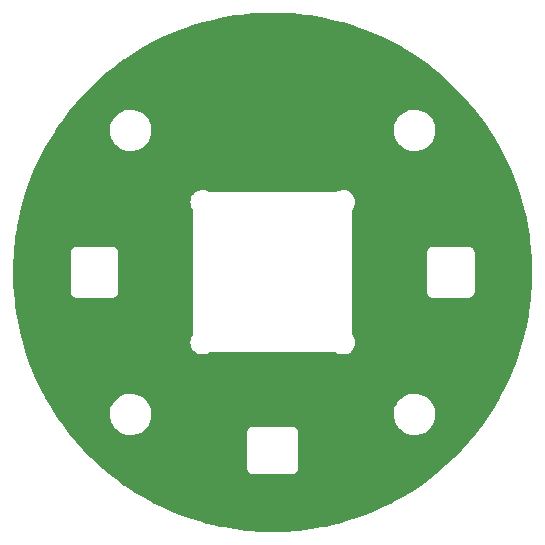
<source format=gbl>
%TF.GenerationSoftware,KiCad,Pcbnew,(6.0.4)*%
%TF.CreationDate,2022-04-07T13:34:55+02:00*%
%TF.ProjectId,LSB1 Top Plate,4c534231-2054-46f7-9020-506c6174652e,v1.0*%
%TF.SameCoordinates,Original*%
%TF.FileFunction,Copper,L2,Bot*%
%TF.FilePolarity,Positive*%
%FSLAX46Y46*%
G04 Gerber Fmt 4.6, Leading zero omitted, Abs format (unit mm)*
G04 Created by KiCad (PCBNEW (6.0.4)) date 2022-04-07 13:34:55*
%MOMM*%
%LPD*%
G01*
G04 APERTURE LIST*
G04 APERTURE END LIST*
%TA.AperFunction,NonConductor*%
G36*
X55582705Y-38729337D02*
G01*
X56497554Y-38767681D01*
X56502812Y-38768012D01*
X56737685Y-38787734D01*
X57415289Y-38844634D01*
X57420538Y-38845186D01*
X57797652Y-38892827D01*
X58328973Y-38959949D01*
X58334160Y-38960713D01*
X59237058Y-39113427D01*
X59242220Y-39114412D01*
X59607682Y-39192093D01*
X60137909Y-39304797D01*
X60143047Y-39306003D01*
X61029922Y-39533714D01*
X61035005Y-39535133D01*
X61911602Y-39799793D01*
X61916621Y-39801424D01*
X62455521Y-39989088D01*
X62781348Y-40102553D01*
X62786272Y-40104384D01*
X63192834Y-40265353D01*
X63637665Y-40441474D01*
X63642530Y-40443519D01*
X64479037Y-40815956D01*
X64483812Y-40818203D01*
X65303984Y-41225340D01*
X65308661Y-41227785D01*
X66111078Y-41668918D01*
X66115648Y-41671557D01*
X66357059Y-41817760D01*
X66898883Y-42145900D01*
X66903317Y-42148714D01*
X67652736Y-42646627D01*
X67666002Y-42655441D01*
X67670336Y-42658453D01*
X68411129Y-43196671D01*
X68415333Y-43199862D01*
X69132942Y-43768631D01*
X69137008Y-43771995D01*
X69830155Y-44370304D01*
X69834077Y-44373835D01*
X70501566Y-45000649D01*
X70505336Y-45004341D01*
X71146024Y-45658589D01*
X71149637Y-45662437D01*
X71762312Y-46342883D01*
X71765761Y-46346878D01*
X72349430Y-47052412D01*
X72352708Y-47056548D01*
X72906332Y-47785921D01*
X72909434Y-47790190D01*
X73069437Y-48020404D01*
X73427901Y-48536165D01*
X73432023Y-48542096D01*
X73434943Y-48546492D01*
X73925572Y-49319601D01*
X73928306Y-49324115D01*
X74386139Y-50117104D01*
X74388682Y-50121729D01*
X74812916Y-50933215D01*
X74815262Y-50937942D01*
X75205125Y-51766442D01*
X75207272Y-51771263D01*
X75546696Y-52578720D01*
X75562111Y-52615392D01*
X75564047Y-52620282D01*
X75883237Y-53478555D01*
X75884972Y-53483539D01*
X76167926Y-54354384D01*
X76169451Y-54359436D01*
X76415688Y-55241357D01*
X76417001Y-55246469D01*
X76626098Y-56137960D01*
X76627195Y-56143122D01*
X76751656Y-56795566D01*
X76798774Y-57042568D01*
X76799651Y-57047750D01*
X76897246Y-57708660D01*
X76933416Y-57953603D01*
X76934075Y-57958817D01*
X77027999Y-58852444D01*
X77029794Y-58869519D01*
X77030234Y-58874762D01*
X77061590Y-59373147D01*
X77087729Y-59788625D01*
X77087950Y-59793898D01*
X77107127Y-60709365D01*
X77107127Y-60714643D01*
X77087950Y-61630110D01*
X77087729Y-61635383D01*
X77075134Y-61835571D01*
X77031498Y-62529158D01*
X77030235Y-62549230D01*
X77029795Y-62554474D01*
X76979053Y-63037260D01*
X76934078Y-63465169D01*
X76933419Y-63470382D01*
X76832657Y-64152740D01*
X76799654Y-64376237D01*
X76798774Y-64381440D01*
X76627195Y-65280886D01*
X76626098Y-65286048D01*
X76417001Y-66177539D01*
X76415688Y-66182651D01*
X76169451Y-67064572D01*
X76167926Y-67069624D01*
X75884972Y-67940469D01*
X75883241Y-67945443D01*
X75632581Y-68619447D01*
X75564054Y-68803709D01*
X75562111Y-68808616D01*
X75207272Y-69652745D01*
X75205125Y-69657566D01*
X74815262Y-70486066D01*
X74812916Y-70490793D01*
X74388682Y-71302279D01*
X74386139Y-71306904D01*
X73928306Y-72099893D01*
X73925572Y-72104407D01*
X73922500Y-72109248D01*
X73436010Y-72875835D01*
X73434943Y-72877516D01*
X73432033Y-72881897D01*
X73256917Y-73133856D01*
X72909434Y-73633818D01*
X72906332Y-73638087D01*
X72352708Y-74367460D01*
X72349430Y-74371596D01*
X71765761Y-75077130D01*
X71762312Y-75081125D01*
X71149637Y-75761571D01*
X71146024Y-75765419D01*
X70505336Y-76419667D01*
X70501566Y-76423359D01*
X69834077Y-77050173D01*
X69830156Y-77053703D01*
X69158332Y-77633607D01*
X69137008Y-77652013D01*
X69132945Y-77655375D01*
X68952320Y-77798536D01*
X68415333Y-78224146D01*
X68411129Y-78227337D01*
X67670336Y-78765555D01*
X67666002Y-78768567D01*
X66903317Y-79275294D01*
X66898883Y-79278108D01*
X66779072Y-79350668D01*
X66115648Y-79752451D01*
X66111078Y-79755090D01*
X65308661Y-80196223D01*
X65303984Y-80198668D01*
X64483812Y-80605805D01*
X64479037Y-80608052D01*
X63642530Y-80980489D01*
X63637665Y-80982534D01*
X62786272Y-81319624D01*
X62781348Y-81321455D01*
X62455521Y-81434920D01*
X61916621Y-81622584D01*
X61911602Y-81624215D01*
X61035005Y-81888875D01*
X61029922Y-81890294D01*
X60143047Y-82118005D01*
X60137909Y-82119211D01*
X59607682Y-82231915D01*
X59242220Y-82309596D01*
X59237058Y-82310581D01*
X58334160Y-82463295D01*
X58328973Y-82464059D01*
X57797652Y-82531181D01*
X57420538Y-82578822D01*
X57415289Y-82579374D01*
X56737685Y-82636274D01*
X56502812Y-82655996D01*
X56497554Y-82656327D01*
X55695758Y-82689933D01*
X55582704Y-82694671D01*
X55577428Y-82694782D01*
X54661736Y-82694782D01*
X54656460Y-82694671D01*
X54543406Y-82689933D01*
X53741610Y-82656327D01*
X53736352Y-82655996D01*
X53501479Y-82636274D01*
X52823875Y-82579374D01*
X52818626Y-82578822D01*
X52441512Y-82531181D01*
X51910191Y-82464059D01*
X51905004Y-82463295D01*
X51002106Y-82310581D01*
X50996944Y-82309596D01*
X50631482Y-82231915D01*
X50101255Y-82119211D01*
X50096117Y-82118005D01*
X49209242Y-81890294D01*
X49204159Y-81888875D01*
X48327562Y-81624215D01*
X48322543Y-81622584D01*
X47783643Y-81434920D01*
X47457816Y-81321455D01*
X47452892Y-81319624D01*
X46601499Y-80982534D01*
X46596634Y-80980489D01*
X45760127Y-80608052D01*
X45755352Y-80605805D01*
X44935180Y-80198668D01*
X44930503Y-80196223D01*
X44128086Y-79755090D01*
X44123516Y-79752451D01*
X43460092Y-79350668D01*
X43340281Y-79278108D01*
X43335847Y-79275294D01*
X42573162Y-78768567D01*
X42568828Y-78765555D01*
X41828035Y-78227337D01*
X41823831Y-78224146D01*
X41286844Y-77798536D01*
X41106219Y-77655375D01*
X41102156Y-77652013D01*
X41080833Y-77633607D01*
X40763573Y-77359755D01*
X52970953Y-77359755D01*
X52973420Y-77368386D01*
X52979079Y-77388187D01*
X52982657Y-77404949D01*
X52986849Y-77434221D01*
X52990563Y-77442389D01*
X52990563Y-77442390D01*
X52997477Y-77457596D01*
X53003925Y-77475120D01*
X53010980Y-77499805D01*
X53015772Y-77507399D01*
X53015773Y-77507402D01*
X53026759Y-77524814D01*
X53034898Y-77539897D01*
X53047137Y-77566816D01*
X53052998Y-77573618D01*
X53063899Y-77586269D01*
X53075002Y-77601273D01*
X53088705Y-77622992D01*
X53095430Y-77628931D01*
X53095433Y-77628935D01*
X53110867Y-77642566D01*
X53122911Y-77654758D01*
X53136356Y-77670361D01*
X53136359Y-77670363D01*
X53142216Y-77677161D01*
X53149745Y-77682041D01*
X53149746Y-77682042D01*
X53163764Y-77691128D01*
X53178638Y-77702419D01*
X53191146Y-77713465D01*
X53197880Y-77719412D01*
X53224640Y-77731976D01*
X53239620Y-77740297D01*
X53256912Y-77751505D01*
X53256917Y-77751507D01*
X53264444Y-77756386D01*
X53273037Y-77758956D01*
X53273042Y-77758958D01*
X53289049Y-77763745D01*
X53306493Y-77770406D01*
X53321605Y-77777501D01*
X53321607Y-77777502D01*
X53329729Y-77781315D01*
X53338596Y-77782696D01*
X53338597Y-77782696D01*
X53341282Y-77783114D01*
X53358946Y-77785864D01*
X53375661Y-77789647D01*
X53395395Y-77795549D01*
X53395401Y-77795550D01*
X53403995Y-77798120D01*
X53412966Y-77798175D01*
X53412967Y-77798175D01*
X53423026Y-77798236D01*
X53438435Y-77798330D01*
X53439218Y-77798363D01*
X53440315Y-77798534D01*
X53471306Y-77798534D01*
X53472076Y-77798536D01*
X53545714Y-77798986D01*
X53545715Y-77798986D01*
X53549650Y-77799010D01*
X53550994Y-77798626D01*
X53552339Y-77798534D01*
X56747449Y-77798534D01*
X56748220Y-77798536D01*
X56825793Y-77799010D01*
X56854224Y-77790884D01*
X56870987Y-77787306D01*
X56871825Y-77787186D01*
X56900259Y-77783114D01*
X56923636Y-77772485D01*
X56941159Y-77766038D01*
X56965843Y-77758983D01*
X56973437Y-77754191D01*
X56973440Y-77754190D01*
X56990852Y-77743204D01*
X57005937Y-77735064D01*
X57032854Y-77722826D01*
X57052307Y-77706064D01*
X57067311Y-77694961D01*
X57089030Y-77681258D01*
X57094969Y-77674533D01*
X57094973Y-77674530D01*
X57108604Y-77659096D01*
X57120796Y-77647052D01*
X57136399Y-77633607D01*
X57136401Y-77633604D01*
X57143199Y-77627747D01*
X57157166Y-77606199D01*
X57168457Y-77591325D01*
X57179503Y-77578817D01*
X57179504Y-77578816D01*
X57185450Y-77572083D01*
X57198015Y-77545321D01*
X57206335Y-77530343D01*
X57217543Y-77513051D01*
X57217545Y-77513046D01*
X57222424Y-77505519D01*
X57224994Y-77496926D01*
X57224996Y-77496921D01*
X57229783Y-77480914D01*
X57236444Y-77463470D01*
X57243539Y-77448358D01*
X57243540Y-77448356D01*
X57247353Y-77440234D01*
X57251902Y-77411017D01*
X57255685Y-77394302D01*
X57261587Y-77374568D01*
X57261588Y-77374562D01*
X57264158Y-77365968D01*
X57264368Y-77331528D01*
X57264401Y-77330745D01*
X57264572Y-77329648D01*
X57264572Y-77298657D01*
X57264574Y-77297887D01*
X57265024Y-77224249D01*
X57265024Y-77224248D01*
X57265048Y-77220313D01*
X57264664Y-77218969D01*
X57264572Y-77217624D01*
X57264572Y-74290587D01*
X57264574Y-74289817D01*
X57264872Y-74241066D01*
X57265048Y-74212243D01*
X57256922Y-74183811D01*
X57253344Y-74167049D01*
X57249152Y-74137777D01*
X57238523Y-74114400D01*
X57232076Y-74096877D01*
X57227488Y-74080826D01*
X57225021Y-74072193D01*
X57220228Y-74064596D01*
X57209242Y-74047184D01*
X57201102Y-74032099D01*
X57198636Y-74026675D01*
X57188864Y-74005182D01*
X57172102Y-73985729D01*
X57160999Y-73970725D01*
X57147296Y-73949006D01*
X57140571Y-73943067D01*
X57140568Y-73943063D01*
X57125134Y-73929432D01*
X57113090Y-73917240D01*
X57099645Y-73901637D01*
X57099642Y-73901635D01*
X57093785Y-73894837D01*
X57080081Y-73885954D01*
X57072237Y-73880870D01*
X57057363Y-73869579D01*
X57044855Y-73858533D01*
X57044854Y-73858532D01*
X57038121Y-73852586D01*
X57011359Y-73840021D01*
X56996381Y-73831701D01*
X56979089Y-73820493D01*
X56979084Y-73820491D01*
X56971557Y-73815612D01*
X56962964Y-73813042D01*
X56962959Y-73813040D01*
X56946952Y-73808253D01*
X56929508Y-73801592D01*
X56914396Y-73794497D01*
X56914394Y-73794496D01*
X56906272Y-73790683D01*
X56897405Y-73789302D01*
X56897404Y-73789302D01*
X56886550Y-73787612D01*
X56877055Y-73786134D01*
X56860340Y-73782351D01*
X56840606Y-73776449D01*
X56840600Y-73776448D01*
X56832006Y-73773878D01*
X56823035Y-73773823D01*
X56823034Y-73773823D01*
X56812975Y-73773762D01*
X56797566Y-73773668D01*
X56796783Y-73773635D01*
X56795686Y-73773464D01*
X56764695Y-73773464D01*
X56763925Y-73773462D01*
X56690287Y-73773012D01*
X56690286Y-73773012D01*
X56686351Y-73772988D01*
X56685007Y-73773372D01*
X56683662Y-73773464D01*
X53488552Y-73773464D01*
X53487782Y-73773462D01*
X53486966Y-73773457D01*
X53410208Y-73772988D01*
X53387847Y-73779379D01*
X53381776Y-73781114D01*
X53365014Y-73784692D01*
X53335742Y-73788884D01*
X53327574Y-73792598D01*
X53327573Y-73792598D01*
X53312367Y-73799512D01*
X53294843Y-73805960D01*
X53270158Y-73813015D01*
X53262564Y-73817807D01*
X53262561Y-73817808D01*
X53245149Y-73828794D01*
X53230066Y-73836933D01*
X53203147Y-73849172D01*
X53196345Y-73855033D01*
X53183694Y-73865934D01*
X53168690Y-73877037D01*
X53146971Y-73890740D01*
X53141032Y-73897465D01*
X53141028Y-73897468D01*
X53127397Y-73912902D01*
X53115205Y-73924946D01*
X53099602Y-73938391D01*
X53099600Y-73938394D01*
X53092802Y-73944251D01*
X53087922Y-73951780D01*
X53087921Y-73951781D01*
X53078835Y-73965799D01*
X53067544Y-73980673D01*
X53056498Y-73993181D01*
X53050551Y-73999915D01*
X53044241Y-74013355D01*
X53037987Y-74026675D01*
X53029666Y-74041655D01*
X53018458Y-74058947D01*
X53018456Y-74058952D01*
X53013577Y-74066479D01*
X53011007Y-74075072D01*
X53011005Y-74075077D01*
X53006218Y-74091084D01*
X52999557Y-74108528D01*
X52992462Y-74123640D01*
X52988648Y-74131764D01*
X52984336Y-74159460D01*
X52984099Y-74160979D01*
X52980316Y-74177696D01*
X52974414Y-74197430D01*
X52974413Y-74197436D01*
X52971843Y-74206030D01*
X52971788Y-74215001D01*
X52971788Y-74215002D01*
X52971633Y-74240461D01*
X52971600Y-74241253D01*
X52971429Y-74242350D01*
X52971429Y-74273341D01*
X52971427Y-74274111D01*
X52970953Y-74351685D01*
X52971337Y-74353029D01*
X52971429Y-74354374D01*
X52971429Y-77281411D01*
X52971427Y-77282181D01*
X52970953Y-77359755D01*
X40763573Y-77359755D01*
X40409008Y-77053703D01*
X40405087Y-77050173D01*
X39737598Y-76423359D01*
X39733828Y-76419667D01*
X39093140Y-75765419D01*
X39089527Y-75761571D01*
X38476852Y-75081125D01*
X38473403Y-75077130D01*
X37889734Y-74371596D01*
X37886456Y-74367460D01*
X37332832Y-73638087D01*
X37329730Y-73633818D01*
X36982247Y-73133856D01*
X36807131Y-72881897D01*
X36804221Y-72877516D01*
X36803155Y-72875835D01*
X36776904Y-72834470D01*
X41337043Y-72834470D01*
X41372289Y-73093453D01*
X41373597Y-73097939D01*
X41373597Y-73097941D01*
X41393283Y-73165479D01*
X41445428Y-73344382D01*
X41447388Y-73348635D01*
X41447389Y-73348636D01*
X41463214Y-73382963D01*
X41554853Y-73581743D01*
X41557416Y-73585652D01*
X41695595Y-73796411D01*
X41695599Y-73796416D01*
X41698161Y-73800324D01*
X41872203Y-73995321D01*
X42073155Y-74162452D01*
X42098276Y-74177696D01*
X42292607Y-74295619D01*
X42292611Y-74295621D01*
X42296604Y-74298044D01*
X42537640Y-74399118D01*
X42790968Y-74463456D01*
X42795619Y-74463924D01*
X42795623Y-74463925D01*
X42988493Y-74483346D01*
X43008052Y-74485315D01*
X43163539Y-74485315D01*
X43165864Y-74485142D01*
X43165870Y-74485142D01*
X43353185Y-74471222D01*
X43353189Y-74471221D01*
X43357837Y-74470876D01*
X43362385Y-74469847D01*
X43362391Y-74469846D01*
X43548786Y-74427668D01*
X43612762Y-74413192D01*
X43648954Y-74399118D01*
X43852009Y-74320155D01*
X43852012Y-74320154D01*
X43856362Y-74318462D01*
X43906481Y-74289817D01*
X43940381Y-74270441D01*
X44083283Y-74188766D01*
X44288542Y-74026953D01*
X44467628Y-73836578D01*
X44606781Y-73635991D01*
X44613944Y-73625666D01*
X44613946Y-73625663D01*
X44616609Y-73621824D01*
X44638469Y-73577497D01*
X44730145Y-73391596D01*
X44730146Y-73391593D01*
X44732210Y-73387408D01*
X44811892Y-73138480D01*
X44853906Y-72880508D01*
X44854509Y-72834470D01*
X65378673Y-72834470D01*
X65413919Y-73093453D01*
X65415227Y-73097939D01*
X65415227Y-73097941D01*
X65434913Y-73165479D01*
X65487058Y-73344382D01*
X65489018Y-73348635D01*
X65489019Y-73348636D01*
X65504844Y-73382963D01*
X65596483Y-73581743D01*
X65599046Y-73585652D01*
X65737225Y-73796411D01*
X65737229Y-73796416D01*
X65739791Y-73800324D01*
X65913833Y-73995321D01*
X66114785Y-74162452D01*
X66139906Y-74177696D01*
X66334237Y-74295619D01*
X66334241Y-74295621D01*
X66338234Y-74298044D01*
X66579270Y-74399118D01*
X66832598Y-74463456D01*
X66837249Y-74463924D01*
X66837253Y-74463925D01*
X67030123Y-74483346D01*
X67049682Y-74485315D01*
X67205169Y-74485315D01*
X67207494Y-74485142D01*
X67207500Y-74485142D01*
X67394815Y-74471222D01*
X67394819Y-74471221D01*
X67399467Y-74470876D01*
X67404015Y-74469847D01*
X67404021Y-74469846D01*
X67590416Y-74427668D01*
X67654392Y-74413192D01*
X67690584Y-74399118D01*
X67893639Y-74320155D01*
X67893642Y-74320154D01*
X67897992Y-74318462D01*
X67948111Y-74289817D01*
X67982011Y-74270441D01*
X68124913Y-74188766D01*
X68330172Y-74026953D01*
X68509258Y-73836578D01*
X68648411Y-73635991D01*
X68655574Y-73625666D01*
X68655576Y-73625663D01*
X68658239Y-73621824D01*
X68680099Y-73577497D01*
X68771775Y-73391596D01*
X68771776Y-73391593D01*
X68773840Y-73387408D01*
X68853522Y-73138480D01*
X68895536Y-72880508D01*
X68898957Y-72619160D01*
X68863711Y-72360177D01*
X68849288Y-72310692D01*
X68791883Y-72113747D01*
X68790572Y-72109248D01*
X68681147Y-71871887D01*
X68631998Y-71796922D01*
X68540405Y-71657219D01*
X68540401Y-71657214D01*
X68537839Y-71653306D01*
X68363797Y-71458309D01*
X68162845Y-71291178D01*
X68115659Y-71262545D01*
X67943393Y-71158011D01*
X67943389Y-71158009D01*
X67939396Y-71155586D01*
X67698360Y-71054512D01*
X67445032Y-70990174D01*
X67440381Y-70989706D01*
X67440377Y-70989705D01*
X67231086Y-70968631D01*
X67227948Y-70968315D01*
X67072461Y-70968315D01*
X67070136Y-70968488D01*
X67070130Y-70968488D01*
X66882815Y-70982408D01*
X66882811Y-70982409D01*
X66878163Y-70982754D01*
X66873615Y-70983783D01*
X66873609Y-70983784D01*
X66687214Y-71025962D01*
X66623238Y-71040438D01*
X66618886Y-71042130D01*
X66618884Y-71042131D01*
X66383991Y-71133475D01*
X66383988Y-71133476D01*
X66379638Y-71135168D01*
X66375584Y-71137485D01*
X66375582Y-71137486D01*
X66295619Y-71183189D01*
X66152717Y-71264864D01*
X65947458Y-71426677D01*
X65768372Y-71617052D01*
X65619391Y-71831806D01*
X65503790Y-72066222D01*
X65424108Y-72315150D01*
X65382094Y-72573122D01*
X65378673Y-72834470D01*
X44854509Y-72834470D01*
X44857327Y-72619160D01*
X44822081Y-72360177D01*
X44807658Y-72310692D01*
X44750253Y-72113747D01*
X44748942Y-72109248D01*
X44639517Y-71871887D01*
X44590368Y-71796922D01*
X44498775Y-71657219D01*
X44498771Y-71657214D01*
X44496209Y-71653306D01*
X44322167Y-71458309D01*
X44121215Y-71291178D01*
X44074029Y-71262545D01*
X43901763Y-71158011D01*
X43901759Y-71158009D01*
X43897766Y-71155586D01*
X43656730Y-71054512D01*
X43403402Y-70990174D01*
X43398751Y-70989706D01*
X43398747Y-70989705D01*
X43189456Y-70968631D01*
X43186318Y-70968315D01*
X43030831Y-70968315D01*
X43028506Y-70968488D01*
X43028500Y-70968488D01*
X42841185Y-70982408D01*
X42841181Y-70982409D01*
X42836533Y-70982754D01*
X42831985Y-70983783D01*
X42831979Y-70983784D01*
X42645584Y-71025962D01*
X42581608Y-71040438D01*
X42577256Y-71042130D01*
X42577254Y-71042131D01*
X42342361Y-71133475D01*
X42342358Y-71133476D01*
X42338008Y-71135168D01*
X42333954Y-71137485D01*
X42333952Y-71137486D01*
X42253989Y-71183189D01*
X42111087Y-71264864D01*
X41905828Y-71426677D01*
X41726742Y-71617052D01*
X41577761Y-71831806D01*
X41462160Y-72066222D01*
X41382478Y-72315150D01*
X41340464Y-72573122D01*
X41337043Y-72834470D01*
X36776904Y-72834470D01*
X36316664Y-72109248D01*
X36313592Y-72104407D01*
X36310858Y-72099893D01*
X35853025Y-71306904D01*
X35850482Y-71302279D01*
X35426248Y-70490793D01*
X35423902Y-70486066D01*
X35034039Y-69657566D01*
X35031892Y-69652745D01*
X34677053Y-68808616D01*
X34675110Y-68803709D01*
X34606584Y-68619447D01*
X34355923Y-67945443D01*
X34354192Y-67940469D01*
X34071238Y-67069624D01*
X34069713Y-67064572D01*
X33953662Y-66648925D01*
X48154645Y-66648925D01*
X48172570Y-66845888D01*
X48228410Y-67035619D01*
X48231263Y-67041077D01*
X48231265Y-67041081D01*
X48243546Y-67064572D01*
X48320040Y-67210890D01*
X48443968Y-67365025D01*
X48448692Y-67368989D01*
X48455933Y-67375065D01*
X48595474Y-67492154D01*
X48600872Y-67495121D01*
X48600877Y-67495125D01*
X48708800Y-67554455D01*
X48768787Y-67587433D01*
X48774654Y-67589294D01*
X48774656Y-67589295D01*
X48951436Y-67645373D01*
X48957306Y-67647235D01*
X49111227Y-67664500D01*
X49217769Y-67664500D01*
X49220825Y-67664200D01*
X49220832Y-67664200D01*
X49279340Y-67658463D01*
X49364833Y-67650080D01*
X49370734Y-67648298D01*
X49370736Y-67648298D01*
X49444053Y-67626162D01*
X49554169Y-67592916D01*
X49728796Y-67500066D01*
X49737635Y-67492857D01*
X49803066Y-67465303D01*
X49817271Y-67464500D01*
X60417147Y-67464500D01*
X60488334Y-67486536D01*
X60490751Y-67488191D01*
X60495474Y-67492154D01*
X60668787Y-67587433D01*
X60674654Y-67589294D01*
X60674656Y-67589295D01*
X60851436Y-67645373D01*
X60857306Y-67647235D01*
X61011227Y-67664500D01*
X61117769Y-67664500D01*
X61120825Y-67664200D01*
X61120832Y-67664200D01*
X61179340Y-67658463D01*
X61264833Y-67650080D01*
X61270734Y-67648298D01*
X61270736Y-67648298D01*
X61344053Y-67626162D01*
X61454169Y-67592916D01*
X61628796Y-67500066D01*
X61715062Y-67429709D01*
X61777287Y-67378960D01*
X61777290Y-67378957D01*
X61782062Y-67375065D01*
X61794344Y-67360219D01*
X61904201Y-67227425D01*
X61904203Y-67227421D01*
X61908130Y-67222675D01*
X62002198Y-67048701D01*
X62060682Y-66859768D01*
X62081355Y-66663075D01*
X62063430Y-66466112D01*
X62057953Y-66447500D01*
X62009330Y-66282294D01*
X62007590Y-66276381D01*
X61997919Y-66257881D01*
X61918813Y-66106568D01*
X61915960Y-66101110D01*
X61904303Y-66086612D01*
X61877207Y-66020991D01*
X61876500Y-66007661D01*
X61876500Y-62413791D01*
X68184988Y-62413791D01*
X68187455Y-62422422D01*
X68193114Y-62442223D01*
X68196692Y-62458985D01*
X68200884Y-62488257D01*
X68204598Y-62496425D01*
X68204598Y-62496426D01*
X68211512Y-62511632D01*
X68217960Y-62529156D01*
X68225015Y-62553841D01*
X68229807Y-62561435D01*
X68229808Y-62561438D01*
X68240794Y-62578850D01*
X68248933Y-62593933D01*
X68261172Y-62620852D01*
X68267033Y-62627654D01*
X68277934Y-62640305D01*
X68289037Y-62655309D01*
X68302740Y-62677028D01*
X68309465Y-62682967D01*
X68309468Y-62682971D01*
X68324902Y-62696602D01*
X68336946Y-62708794D01*
X68350391Y-62724397D01*
X68350394Y-62724399D01*
X68356251Y-62731197D01*
X68363780Y-62736077D01*
X68363781Y-62736078D01*
X68377799Y-62745164D01*
X68392673Y-62756455D01*
X68396802Y-62760101D01*
X68411915Y-62773448D01*
X68438675Y-62786012D01*
X68453655Y-62794333D01*
X68470947Y-62805541D01*
X68470952Y-62805543D01*
X68478479Y-62810422D01*
X68487072Y-62812992D01*
X68487077Y-62812994D01*
X68503084Y-62817781D01*
X68520528Y-62824442D01*
X68535640Y-62831537D01*
X68535642Y-62831538D01*
X68543764Y-62835351D01*
X68552631Y-62836732D01*
X68552632Y-62836732D01*
X68562274Y-62838233D01*
X68572981Y-62839900D01*
X68589696Y-62843683D01*
X68609430Y-62849585D01*
X68609436Y-62849586D01*
X68618030Y-62852156D01*
X68627001Y-62852211D01*
X68627002Y-62852211D01*
X68637061Y-62852272D01*
X68652470Y-62852366D01*
X68653253Y-62852399D01*
X68654350Y-62852570D01*
X68685341Y-62852570D01*
X68686111Y-62852572D01*
X68759749Y-62853022D01*
X68759750Y-62853022D01*
X68763685Y-62853046D01*
X68765029Y-62852662D01*
X68766374Y-62852570D01*
X71693410Y-62852570D01*
X71694181Y-62852572D01*
X71771754Y-62853046D01*
X71794115Y-62846655D01*
X71800186Y-62844920D01*
X71816948Y-62841342D01*
X71817786Y-62841222D01*
X71846220Y-62837150D01*
X71869597Y-62826521D01*
X71887120Y-62820074D01*
X71895139Y-62817782D01*
X71911804Y-62813019D01*
X71919398Y-62808227D01*
X71919401Y-62808226D01*
X71936813Y-62797240D01*
X71951898Y-62789100D01*
X71978815Y-62776862D01*
X71998268Y-62760100D01*
X72013272Y-62748997D01*
X72034991Y-62735294D01*
X72040930Y-62728569D01*
X72040934Y-62728566D01*
X72054565Y-62713132D01*
X72066757Y-62701088D01*
X72082360Y-62687643D01*
X72082362Y-62687640D01*
X72089160Y-62681783D01*
X72103127Y-62660235D01*
X72114418Y-62645361D01*
X72125464Y-62632853D01*
X72125465Y-62632852D01*
X72131411Y-62626119D01*
X72143976Y-62599357D01*
X72152296Y-62584379D01*
X72163504Y-62567087D01*
X72163506Y-62567082D01*
X72168385Y-62559555D01*
X72170955Y-62550962D01*
X72170957Y-62550957D01*
X72175744Y-62534950D01*
X72182405Y-62517506D01*
X72189500Y-62502394D01*
X72189501Y-62502392D01*
X72193314Y-62494270D01*
X72197863Y-62465053D01*
X72201646Y-62448338D01*
X72207548Y-62428604D01*
X72207549Y-62428598D01*
X72210119Y-62420004D01*
X72210329Y-62385564D01*
X72210362Y-62384781D01*
X72210533Y-62383684D01*
X72210533Y-62352693D01*
X72210535Y-62351923D01*
X72210985Y-62278285D01*
X72210985Y-62278284D01*
X72211009Y-62274349D01*
X72210625Y-62273005D01*
X72210533Y-62271660D01*
X72210533Y-59076552D01*
X72210535Y-59075782D01*
X72210833Y-59027031D01*
X72211009Y-58998208D01*
X72202883Y-58969776D01*
X72199305Y-58953014D01*
X72198436Y-58946944D01*
X72195113Y-58923742D01*
X72184484Y-58900365D01*
X72178037Y-58882842D01*
X72170982Y-58858158D01*
X72162625Y-58844913D01*
X72155203Y-58833149D01*
X72147063Y-58818064D01*
X72134825Y-58791147D01*
X72118063Y-58771694D01*
X72106960Y-58756690D01*
X72093257Y-58734971D01*
X72086532Y-58729032D01*
X72086529Y-58729028D01*
X72071095Y-58715397D01*
X72059051Y-58703205D01*
X72045606Y-58687602D01*
X72045603Y-58687600D01*
X72039746Y-58680802D01*
X72026042Y-58671919D01*
X72018198Y-58666835D01*
X72003324Y-58655544D01*
X71990816Y-58644498D01*
X71990815Y-58644497D01*
X71984082Y-58638551D01*
X71957320Y-58625986D01*
X71942342Y-58617666D01*
X71925050Y-58606458D01*
X71925045Y-58606456D01*
X71917518Y-58601577D01*
X71908925Y-58599007D01*
X71908920Y-58599005D01*
X71892913Y-58594218D01*
X71875469Y-58587557D01*
X71860357Y-58580462D01*
X71860355Y-58580461D01*
X71852233Y-58576648D01*
X71843366Y-58575267D01*
X71843365Y-58575267D01*
X71832511Y-58573577D01*
X71823016Y-58572099D01*
X71806301Y-58568316D01*
X71786567Y-58562414D01*
X71786561Y-58562413D01*
X71777967Y-58559843D01*
X71768996Y-58559788D01*
X71768995Y-58559788D01*
X71758936Y-58559727D01*
X71743527Y-58559633D01*
X71742744Y-58559600D01*
X71741647Y-58559429D01*
X71710656Y-58559429D01*
X71709886Y-58559427D01*
X71636248Y-58558977D01*
X71636247Y-58558977D01*
X71632312Y-58558953D01*
X71630968Y-58559337D01*
X71629623Y-58559429D01*
X68702587Y-58559429D01*
X68701817Y-58559427D01*
X68701001Y-58559422D01*
X68624243Y-58558953D01*
X68612130Y-58562415D01*
X68595811Y-58567079D01*
X68579049Y-58570657D01*
X68549777Y-58574849D01*
X68541609Y-58578563D01*
X68541608Y-58578563D01*
X68526402Y-58585477D01*
X68508878Y-58591925D01*
X68484193Y-58598980D01*
X68476599Y-58603772D01*
X68476596Y-58603773D01*
X68459184Y-58614759D01*
X68444101Y-58622898D01*
X68417182Y-58635137D01*
X68410380Y-58640998D01*
X68397729Y-58651899D01*
X68382725Y-58663002D01*
X68361006Y-58676705D01*
X68355067Y-58683430D01*
X68355063Y-58683433D01*
X68341432Y-58698867D01*
X68329240Y-58710911D01*
X68313637Y-58724356D01*
X68313635Y-58724359D01*
X68306837Y-58730216D01*
X68301957Y-58737745D01*
X68301956Y-58737746D01*
X68292870Y-58751764D01*
X68281579Y-58766638D01*
X68270533Y-58779146D01*
X68264586Y-58785880D01*
X68252022Y-58812640D01*
X68243701Y-58827620D01*
X68232493Y-58844912D01*
X68232493Y-58844913D01*
X68227612Y-58852444D01*
X68225042Y-58861037D01*
X68225040Y-58861042D01*
X68220253Y-58877049D01*
X68213592Y-58894493D01*
X68210834Y-58900368D01*
X68202683Y-58917729D01*
X68201302Y-58926596D01*
X68201302Y-58926597D01*
X68198134Y-58946944D01*
X68194351Y-58963661D01*
X68188449Y-58983395D01*
X68188448Y-58983401D01*
X68185878Y-58991995D01*
X68185823Y-59000966D01*
X68185823Y-59000967D01*
X68185668Y-59026426D01*
X68185635Y-59027218D01*
X68185464Y-59028315D01*
X68185464Y-59059306D01*
X68185462Y-59060076D01*
X68184988Y-59137650D01*
X68185372Y-59138994D01*
X68185464Y-59140339D01*
X68185464Y-62335447D01*
X68185462Y-62336217D01*
X68184988Y-62413791D01*
X61876500Y-62413791D01*
X61876500Y-55406273D01*
X61896502Y-55338152D01*
X61902514Y-55329927D01*
X61904206Y-55327418D01*
X61908130Y-55322675D01*
X62002198Y-55148701D01*
X62060682Y-54959768D01*
X62081355Y-54763075D01*
X62063430Y-54566112D01*
X62007590Y-54376381D01*
X61998732Y-54359436D01*
X61918813Y-54206568D01*
X61915960Y-54201110D01*
X61792032Y-54046975D01*
X61785727Y-54041684D01*
X61769334Y-54027929D01*
X61640526Y-53919846D01*
X61635128Y-53916879D01*
X61635123Y-53916875D01*
X61472608Y-53827533D01*
X61472609Y-53827533D01*
X61467213Y-53824567D01*
X61461346Y-53822706D01*
X61461344Y-53822705D01*
X61284564Y-53766627D01*
X61284563Y-53766627D01*
X61278694Y-53764765D01*
X61124773Y-53747500D01*
X61018231Y-53747500D01*
X61015175Y-53747800D01*
X61015168Y-53747800D01*
X60956660Y-53753537D01*
X60871167Y-53761920D01*
X60865266Y-53763702D01*
X60865264Y-53763702D01*
X60791947Y-53785838D01*
X60681831Y-53819084D01*
X60507204Y-53911934D01*
X60502430Y-53915828D01*
X60502428Y-53915829D01*
X60498365Y-53919143D01*
X60432934Y-53946697D01*
X60418729Y-53947500D01*
X49818853Y-53947500D01*
X49747666Y-53925464D01*
X49745249Y-53923809D01*
X49740526Y-53919846D01*
X49567213Y-53824567D01*
X49561346Y-53822706D01*
X49561344Y-53822705D01*
X49384564Y-53766627D01*
X49384563Y-53766627D01*
X49378694Y-53764765D01*
X49224773Y-53747500D01*
X49118231Y-53747500D01*
X49115175Y-53747800D01*
X49115168Y-53747800D01*
X49056660Y-53753537D01*
X48971167Y-53761920D01*
X48965266Y-53763702D01*
X48965264Y-53763702D01*
X48891947Y-53785838D01*
X48781831Y-53819084D01*
X48607204Y-53911934D01*
X48563596Y-53947500D01*
X48458713Y-54033040D01*
X48458710Y-54033043D01*
X48453938Y-54036935D01*
X48450011Y-54041682D01*
X48450009Y-54041684D01*
X48331799Y-54184575D01*
X48331797Y-54184579D01*
X48327870Y-54189325D01*
X48233802Y-54363299D01*
X48175318Y-54552232D01*
X48154645Y-54748925D01*
X48172570Y-54945888D01*
X48174308Y-54951794D01*
X48174309Y-54951798D01*
X48178387Y-54965653D01*
X48228410Y-55135619D01*
X48231263Y-55141077D01*
X48231265Y-55141081D01*
X48274335Y-55223465D01*
X48320040Y-55310890D01*
X48331697Y-55325388D01*
X48358793Y-55391009D01*
X48359500Y-55404339D01*
X48359500Y-66005727D01*
X48339498Y-66073848D01*
X48333486Y-66082073D01*
X48331794Y-66084582D01*
X48327870Y-66089325D01*
X48233802Y-66263299D01*
X48175318Y-66452232D01*
X48154645Y-66648925D01*
X33953662Y-66648925D01*
X33823476Y-66182651D01*
X33822163Y-66177539D01*
X33613066Y-65286048D01*
X33611969Y-65280886D01*
X33440390Y-64381440D01*
X33439510Y-64376237D01*
X33406507Y-64152740D01*
X33305745Y-63470382D01*
X33305086Y-63465169D01*
X33260112Y-63037260D01*
X33209369Y-62554474D01*
X33208929Y-62549230D01*
X33207667Y-62529158D01*
X33200409Y-62413792D01*
X38024991Y-62413792D01*
X38027458Y-62422422D01*
X38027458Y-62422423D01*
X38033117Y-62442224D01*
X38036695Y-62458985D01*
X38040887Y-62488258D01*
X38051515Y-62511632D01*
X38051515Y-62511633D01*
X38057963Y-62529157D01*
X38065018Y-62553842D01*
X38069810Y-62561436D01*
X38069811Y-62561439D01*
X38080797Y-62578851D01*
X38088936Y-62593934D01*
X38101175Y-62620853D01*
X38107035Y-62627654D01*
X38107036Y-62627655D01*
X38117937Y-62640306D01*
X38129040Y-62655310D01*
X38142743Y-62677029D01*
X38149468Y-62682968D01*
X38149471Y-62682972D01*
X38164905Y-62696603D01*
X38176949Y-62708795D01*
X38190394Y-62724398D01*
X38190397Y-62724400D01*
X38196254Y-62731198D01*
X38203783Y-62736078D01*
X38203784Y-62736079D01*
X38217802Y-62745165D01*
X38232676Y-62756456D01*
X38245183Y-62767501D01*
X38251918Y-62773449D01*
X38278676Y-62786012D01*
X38278678Y-62786013D01*
X38293658Y-62794334D01*
X38310950Y-62805542D01*
X38310955Y-62805544D01*
X38318482Y-62810423D01*
X38327075Y-62812993D01*
X38327080Y-62812995D01*
X38343087Y-62817782D01*
X38360531Y-62824443D01*
X38375643Y-62831538D01*
X38375645Y-62831539D01*
X38383767Y-62835352D01*
X38392634Y-62836733D01*
X38392635Y-62836733D01*
X38395320Y-62837151D01*
X38412984Y-62839901D01*
X38429699Y-62843684D01*
X38449433Y-62849586D01*
X38449439Y-62849587D01*
X38458033Y-62852157D01*
X38467004Y-62852212D01*
X38467005Y-62852212D01*
X38477064Y-62852273D01*
X38492473Y-62852367D01*
X38493256Y-62852400D01*
X38494353Y-62852571D01*
X38525344Y-62852571D01*
X38526114Y-62852573D01*
X38599752Y-62853023D01*
X38599753Y-62853023D01*
X38603688Y-62853047D01*
X38605032Y-62852663D01*
X38606377Y-62852571D01*
X41533413Y-62852571D01*
X41534184Y-62852573D01*
X41611757Y-62853047D01*
X41640188Y-62844921D01*
X41656951Y-62841343D01*
X41657796Y-62841222D01*
X41686223Y-62837151D01*
X41698571Y-62831537D01*
X41709598Y-62826523D01*
X41727123Y-62820075D01*
X41751807Y-62813020D01*
X41759401Y-62808228D01*
X41759404Y-62808227D01*
X41776816Y-62797241D01*
X41791901Y-62789101D01*
X41818818Y-62776863D01*
X41838272Y-62760100D01*
X41853275Y-62748998D01*
X41874994Y-62735295D01*
X41880933Y-62728570D01*
X41880937Y-62728567D01*
X41894568Y-62713133D01*
X41906760Y-62701089D01*
X41922363Y-62687644D01*
X41922365Y-62687641D01*
X41929163Y-62681784D01*
X41934045Y-62674253D01*
X41943130Y-62660236D01*
X41954421Y-62645362D01*
X41965467Y-62632854D01*
X41965468Y-62632853D01*
X41971414Y-62626120D01*
X41983979Y-62599358D01*
X41992299Y-62584380D01*
X42003507Y-62567088D01*
X42003509Y-62567083D01*
X42008388Y-62559556D01*
X42010958Y-62550963D01*
X42010960Y-62550958D01*
X42015747Y-62534951D01*
X42022408Y-62517507D01*
X42029503Y-62502395D01*
X42029504Y-62502393D01*
X42033317Y-62494271D01*
X42037866Y-62465054D01*
X42041649Y-62448339D01*
X42047551Y-62428605D01*
X42047552Y-62428599D01*
X42050122Y-62420005D01*
X42050332Y-62385565D01*
X42050365Y-62384782D01*
X42050536Y-62383685D01*
X42050536Y-62352693D01*
X42050538Y-62351924D01*
X42050988Y-62278286D01*
X42050988Y-62278285D01*
X42051012Y-62274350D01*
X42050628Y-62273006D01*
X42050536Y-62271661D01*
X42050536Y-59076553D01*
X42050538Y-59075783D01*
X42050836Y-59027031D01*
X42051012Y-58998209D01*
X42042886Y-58969776D01*
X42039308Y-58953015D01*
X42038439Y-58946945D01*
X42035116Y-58923743D01*
X42031402Y-58915573D01*
X42024488Y-58900368D01*
X42018040Y-58882843D01*
X42014978Y-58872129D01*
X42010985Y-58858159D01*
X42006191Y-58850561D01*
X41995206Y-58833150D01*
X41987066Y-58818065D01*
X41984600Y-58812641D01*
X41974828Y-58791148D01*
X41958065Y-58771694D01*
X41946963Y-58756691D01*
X41933260Y-58734972D01*
X41926535Y-58729033D01*
X41926532Y-58729029D01*
X41911098Y-58715398D01*
X41899054Y-58703206D01*
X41885609Y-58687603D01*
X41885606Y-58687601D01*
X41879749Y-58680803D01*
X41866045Y-58671920D01*
X41858201Y-58666836D01*
X41843327Y-58655545D01*
X41830819Y-58644499D01*
X41830818Y-58644498D01*
X41824085Y-58638552D01*
X41797323Y-58625987D01*
X41782345Y-58617667D01*
X41765053Y-58606459D01*
X41765048Y-58606457D01*
X41757521Y-58601578D01*
X41748928Y-58599008D01*
X41748923Y-58599006D01*
X41732916Y-58594219D01*
X41715472Y-58587558D01*
X41700360Y-58580463D01*
X41700358Y-58580462D01*
X41692236Y-58576649D01*
X41683369Y-58575268D01*
X41683368Y-58575268D01*
X41672507Y-58573577D01*
X41663019Y-58572100D01*
X41646304Y-58568317D01*
X41626570Y-58562415D01*
X41626564Y-58562414D01*
X41617970Y-58559844D01*
X41608999Y-58559789D01*
X41608998Y-58559789D01*
X41598939Y-58559728D01*
X41583530Y-58559634D01*
X41582747Y-58559601D01*
X41581650Y-58559430D01*
X41550659Y-58559430D01*
X41549889Y-58559428D01*
X41476251Y-58558978D01*
X41476250Y-58558978D01*
X41472315Y-58558954D01*
X41470971Y-58559338D01*
X41469626Y-58559430D01*
X38542590Y-58559430D01*
X38541820Y-58559428D01*
X38541004Y-58559423D01*
X38464246Y-58558954D01*
X38441885Y-58565345D01*
X38435814Y-58567080D01*
X38419052Y-58570658D01*
X38389780Y-58574850D01*
X38381614Y-58578563D01*
X38381611Y-58578564D01*
X38366405Y-58585478D01*
X38348883Y-58591925D01*
X38324196Y-58598981D01*
X38316602Y-58603773D01*
X38316599Y-58603774D01*
X38299187Y-58614760D01*
X38284104Y-58622899D01*
X38257185Y-58635138D01*
X38250383Y-58640999D01*
X38237732Y-58651900D01*
X38222728Y-58663003D01*
X38201009Y-58676706D01*
X38195070Y-58683431D01*
X38195066Y-58683434D01*
X38181435Y-58698868D01*
X38169243Y-58710912D01*
X38153640Y-58724357D01*
X38153638Y-58724360D01*
X38146840Y-58730217D01*
X38141960Y-58737746D01*
X38141959Y-58737747D01*
X38132873Y-58751765D01*
X38121582Y-58766639D01*
X38110537Y-58779146D01*
X38104589Y-58785881D01*
X38098279Y-58799321D01*
X38092025Y-58812641D01*
X38083704Y-58827621D01*
X38072496Y-58844913D01*
X38072494Y-58844918D01*
X38067615Y-58852445D01*
X38065045Y-58861038D01*
X38065043Y-58861043D01*
X38060256Y-58877050D01*
X38053595Y-58894494D01*
X38046500Y-58909606D01*
X38042686Y-58917730D01*
X38041305Y-58926597D01*
X38041305Y-58926598D01*
X38038137Y-58946945D01*
X38034354Y-58963662D01*
X38028452Y-58983396D01*
X38028451Y-58983402D01*
X38025881Y-58991996D01*
X38025826Y-59000967D01*
X38025826Y-59000968D01*
X38025671Y-59026427D01*
X38025638Y-59027219D01*
X38025467Y-59028316D01*
X38025467Y-59059307D01*
X38025465Y-59060076D01*
X38024991Y-59137651D01*
X38025375Y-59138995D01*
X38025467Y-59140340D01*
X38025467Y-62335448D01*
X38025465Y-62336217D01*
X38024991Y-62413792D01*
X33200409Y-62413792D01*
X33164030Y-61835571D01*
X33151435Y-61635383D01*
X33151214Y-61630110D01*
X33132037Y-60714643D01*
X33132037Y-60709365D01*
X33151214Y-59793898D01*
X33151435Y-59788625D01*
X33177574Y-59373147D01*
X33208930Y-58874762D01*
X33209370Y-58869519D01*
X33211165Y-58852444D01*
X33305089Y-57958817D01*
X33305748Y-57953603D01*
X33341919Y-57708660D01*
X33439513Y-57047750D01*
X33440390Y-57042568D01*
X33487509Y-56795566D01*
X33611969Y-56143122D01*
X33613066Y-56137960D01*
X33822163Y-55246469D01*
X33823476Y-55241357D01*
X34069713Y-54359436D01*
X34071238Y-54354384D01*
X34354192Y-53483539D01*
X34355927Y-53478555D01*
X34675117Y-52620282D01*
X34677053Y-52615392D01*
X34692469Y-52578720D01*
X35031892Y-51771263D01*
X35034039Y-51766442D01*
X35423902Y-50937942D01*
X35426248Y-50933215D01*
X35850482Y-50121729D01*
X35853025Y-50117104D01*
X36310858Y-49324115D01*
X36313592Y-49319601D01*
X36647884Y-48792840D01*
X41337043Y-48792840D01*
X41372289Y-49051823D01*
X41373597Y-49056309D01*
X41373597Y-49056311D01*
X41393283Y-49123849D01*
X41445428Y-49302752D01*
X41447388Y-49307005D01*
X41447389Y-49307006D01*
X41454224Y-49321833D01*
X41554853Y-49540113D01*
X41557416Y-49544022D01*
X41695595Y-49754781D01*
X41695599Y-49754786D01*
X41698161Y-49758694D01*
X41872203Y-49953691D01*
X42073155Y-50120822D01*
X42077158Y-50123251D01*
X42292607Y-50253989D01*
X42292611Y-50253991D01*
X42296604Y-50256414D01*
X42537640Y-50357488D01*
X42790968Y-50421826D01*
X42795619Y-50422294D01*
X42795623Y-50422295D01*
X42988493Y-50441716D01*
X43008052Y-50443685D01*
X43163539Y-50443685D01*
X43165864Y-50443512D01*
X43165870Y-50443512D01*
X43353185Y-50429592D01*
X43353189Y-50429591D01*
X43357837Y-50429246D01*
X43362385Y-50428217D01*
X43362391Y-50428216D01*
X43548786Y-50386038D01*
X43612762Y-50371562D01*
X43648954Y-50357488D01*
X43852009Y-50278525D01*
X43852012Y-50278524D01*
X43856362Y-50276832D01*
X44083283Y-50147136D01*
X44288542Y-49985323D01*
X44467628Y-49794948D01*
X44616609Y-49580194D01*
X44732210Y-49345778D01*
X44811892Y-49096850D01*
X44853906Y-48838878D01*
X44854509Y-48792840D01*
X65378673Y-48792840D01*
X65413919Y-49051823D01*
X65415227Y-49056309D01*
X65415227Y-49056311D01*
X65434913Y-49123849D01*
X65487058Y-49302752D01*
X65489018Y-49307005D01*
X65489019Y-49307006D01*
X65495854Y-49321833D01*
X65596483Y-49540113D01*
X65599046Y-49544022D01*
X65737225Y-49754781D01*
X65737229Y-49754786D01*
X65739791Y-49758694D01*
X65913833Y-49953691D01*
X66114785Y-50120822D01*
X66118788Y-50123251D01*
X66334237Y-50253989D01*
X66334241Y-50253991D01*
X66338234Y-50256414D01*
X66579270Y-50357488D01*
X66832598Y-50421826D01*
X66837249Y-50422294D01*
X66837253Y-50422295D01*
X67030123Y-50441716D01*
X67049682Y-50443685D01*
X67205169Y-50443685D01*
X67207494Y-50443512D01*
X67207500Y-50443512D01*
X67394815Y-50429592D01*
X67394819Y-50429591D01*
X67399467Y-50429246D01*
X67404015Y-50428217D01*
X67404021Y-50428216D01*
X67590416Y-50386038D01*
X67654392Y-50371562D01*
X67690584Y-50357488D01*
X67893639Y-50278525D01*
X67893642Y-50278524D01*
X67897992Y-50276832D01*
X68124913Y-50147136D01*
X68330172Y-49985323D01*
X68509258Y-49794948D01*
X68658239Y-49580194D01*
X68773840Y-49345778D01*
X68853522Y-49096850D01*
X68895536Y-48838878D01*
X68898957Y-48577530D01*
X68863711Y-48318547D01*
X68849288Y-48269062D01*
X68791883Y-48072117D01*
X68790572Y-48067618D01*
X68681147Y-47830257D01*
X68582157Y-47679272D01*
X68540405Y-47615589D01*
X68540401Y-47615584D01*
X68537839Y-47611676D01*
X68363797Y-47416679D01*
X68162845Y-47249548D01*
X68115659Y-47220915D01*
X67943393Y-47116381D01*
X67943389Y-47116379D01*
X67939396Y-47113956D01*
X67698360Y-47012882D01*
X67445032Y-46948544D01*
X67440381Y-46948076D01*
X67440377Y-46948075D01*
X67231086Y-46927001D01*
X67227948Y-46926685D01*
X67072461Y-46926685D01*
X67070136Y-46926858D01*
X67070130Y-46926858D01*
X66882815Y-46940778D01*
X66882811Y-46940779D01*
X66878163Y-46941124D01*
X66873615Y-46942153D01*
X66873609Y-46942154D01*
X66687214Y-46984332D01*
X66623238Y-46998808D01*
X66618886Y-47000500D01*
X66618884Y-47000501D01*
X66383991Y-47091845D01*
X66383988Y-47091846D01*
X66379638Y-47093538D01*
X66152717Y-47223234D01*
X65947458Y-47385047D01*
X65768372Y-47575422D01*
X65619391Y-47790176D01*
X65503790Y-48024592D01*
X65424108Y-48273520D01*
X65382094Y-48531492D01*
X65378673Y-48792840D01*
X44854509Y-48792840D01*
X44857327Y-48577530D01*
X44822081Y-48318547D01*
X44807658Y-48269062D01*
X44750253Y-48072117D01*
X44748942Y-48067618D01*
X44639517Y-47830257D01*
X44540527Y-47679272D01*
X44498775Y-47615589D01*
X44498771Y-47615584D01*
X44496209Y-47611676D01*
X44322167Y-47416679D01*
X44121215Y-47249548D01*
X44074029Y-47220915D01*
X43901763Y-47116381D01*
X43901759Y-47116379D01*
X43897766Y-47113956D01*
X43656730Y-47012882D01*
X43403402Y-46948544D01*
X43398751Y-46948076D01*
X43398747Y-46948075D01*
X43189456Y-46927001D01*
X43186318Y-46926685D01*
X43030831Y-46926685D01*
X43028506Y-46926858D01*
X43028500Y-46926858D01*
X42841185Y-46940778D01*
X42841181Y-46940779D01*
X42836533Y-46941124D01*
X42831985Y-46942153D01*
X42831979Y-46942154D01*
X42645584Y-46984332D01*
X42581608Y-46998808D01*
X42577256Y-47000500D01*
X42577254Y-47000501D01*
X42342361Y-47091845D01*
X42342358Y-47091846D01*
X42338008Y-47093538D01*
X42111087Y-47223234D01*
X41905828Y-47385047D01*
X41726742Y-47575422D01*
X41577761Y-47790176D01*
X41462160Y-48024592D01*
X41382478Y-48273520D01*
X41340464Y-48531492D01*
X41337043Y-48792840D01*
X36647884Y-48792840D01*
X36804221Y-48546492D01*
X36807141Y-48542096D01*
X36811264Y-48536165D01*
X37169727Y-48020404D01*
X37329730Y-47790190D01*
X37332832Y-47785921D01*
X37886456Y-47056548D01*
X37889734Y-47052412D01*
X38473403Y-46346878D01*
X38476852Y-46342883D01*
X39089527Y-45662437D01*
X39093140Y-45658589D01*
X39733828Y-45004341D01*
X39737598Y-45000649D01*
X40405087Y-44373835D01*
X40409009Y-44370304D01*
X41102156Y-43771995D01*
X41106222Y-43768631D01*
X41823831Y-43199862D01*
X41828035Y-43196671D01*
X42568828Y-42658453D01*
X42573162Y-42655441D01*
X42586428Y-42646627D01*
X43335847Y-42148714D01*
X43340281Y-42145900D01*
X43882105Y-41817760D01*
X44123516Y-41671557D01*
X44128086Y-41668918D01*
X44930503Y-41227785D01*
X44935180Y-41225340D01*
X45755352Y-40818203D01*
X45760127Y-40815956D01*
X46596634Y-40443519D01*
X46601499Y-40441474D01*
X47046330Y-40265353D01*
X47452892Y-40104384D01*
X47457816Y-40102553D01*
X47783643Y-39989088D01*
X48322543Y-39801424D01*
X48327562Y-39799793D01*
X49204159Y-39535133D01*
X49209242Y-39533714D01*
X50096117Y-39306003D01*
X50101255Y-39304797D01*
X50631482Y-39192093D01*
X50996944Y-39114412D01*
X51002106Y-39113427D01*
X51905004Y-38960713D01*
X51910191Y-38959949D01*
X52441512Y-38892827D01*
X52818626Y-38845186D01*
X52823875Y-38844634D01*
X53501479Y-38787734D01*
X53736352Y-38768012D01*
X53741610Y-38767681D01*
X54656459Y-38729337D01*
X54661736Y-38729226D01*
X55577428Y-38729226D01*
X55582705Y-38729337D01*
G37*
%TD.AperFunction*%
M02*

</source>
